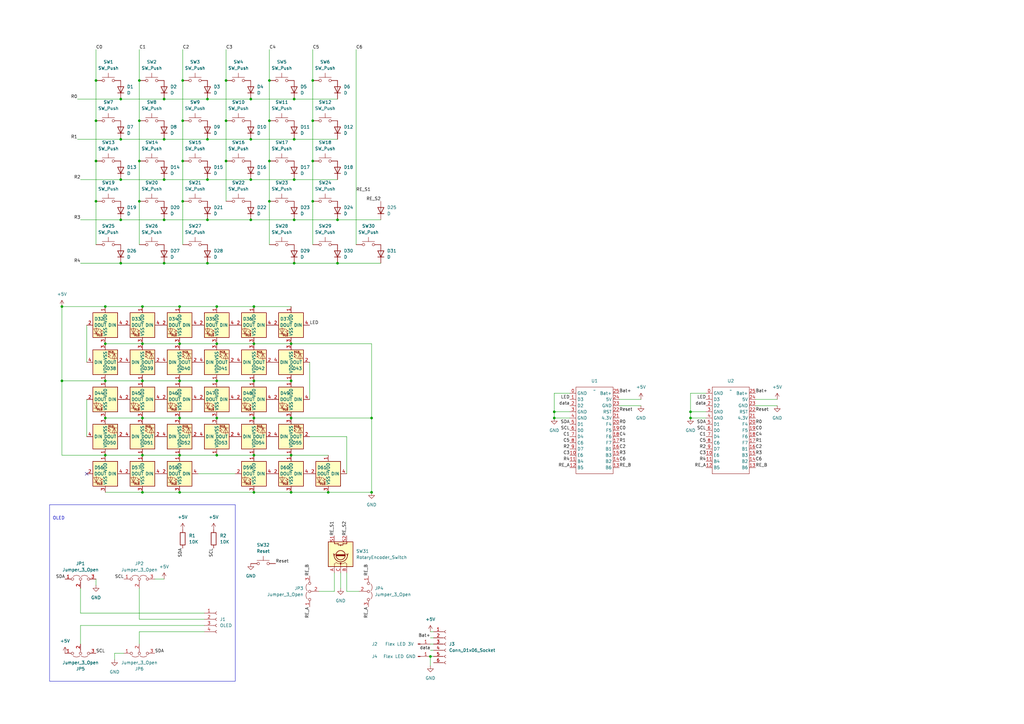
<source format=kicad_sch>
(kicad_sch (version 20230121) (generator eeschema)
  (paper "A3")
  (title_block (rev "2.0"))
  (lib_symbols
    (symbol "Connector:Conn_01x01_Pin" (pin_names (offset 1.016) hide)
      (property "Reference" "J" (at 0 2.54 0))
      (property "Value" "Conn_01x01_Pin" (at 0 -2.54 0))
      (symbol "Conn_01x01_Pin_1_1"
        (pin passive line (at 5.08 0 180) (length 3.81) (name "Pin_1") (number "1"))
      )
    )
    (symbol "Connector:Conn_01x04_Socket" (pin_names (offset 1.016) hide)
      (property "Reference" "J" (at 0 5.08 0))
      (property "Value" "Conn_01x04_Socket" (at 0 -7.62 0))
      (symbol "Conn_01x04_Socket_1_1"
        (pin passive line (at -5.08 2.54 0) (length 3.81) (name "Pin_1") (number "1"))
        (pin passive line (at -5.08 0 0) (length 3.81) (name "Pin_2") (number "2"))
        (pin passive line (at -5.08 -2.54 0) (length 3.81) (name "Pin_3") (number "3"))
        (pin passive line (at -5.08 -5.08 0) (length 3.81) (name "Pin_4") (number "4"))
      )
    )
    (symbol "Connector:Conn_01x06_Socket" (pin_names (offset 1.016) hide)
      (property "Reference" "J" (at 0 7.62 0))
      (property "Value" "Conn_01x06_Socket" (at 0 -10.16 0))
      (symbol "Conn_01x06_Socket_1_1"
        (pin passive line (at -5.08 5.08 0) (length 3.81) (name "Pin_1") (number "1"))
        (pin passive line (at -5.08 2.54 0) (length 3.81) (name "Pin_2") (number "2"))
        (pin passive line (at -5.08 0 0) (length 3.81) (name "Pin_3") (number "3"))
        (pin passive line (at -5.08 -2.54 0) (length 3.81) (name "Pin_4") (number "4"))
        (pin passive line (at -5.08 -5.08 0) (length 3.81) (name "Pin_5") (number "5"))
        (pin passive line (at -5.08 -7.62 0) (length 3.81) (name "Pin_6") (number "6"))
      )
    )
    (symbol "Device:D" (pin_numbers hide) (pin_names (offset 1.016) hide)
      (property "Reference" "D" (at 0 2.54 0))
      (property "Value" "D" (at 0 -2.54 0))
      (symbol "D_1_1"
        (pin passive line (at -3.81 0 0) (length 2.54) (name "K") (number "1"))
        (pin passive line (at 3.81 0 180) (length 2.54) (name "A") (number "2"))
      )
    )
    (symbol "Device:R" (pin_numbers hide) (pin_names (offset 0))
      (property "Reference" "R" (at 2.032 0 90))
      (property "Value" "R" (at 0 0 90))
      (symbol "R_1_1"
        (pin passive line (at 0 3.81 270) (length 1.27) (name "~") (number "1"))
        (pin passive line (at 0 -3.81 90) (length 1.27) (name "~") (number "2"))
      )
    )
    (symbol "Device:RotaryEncoder_Switch" (pin_names (offset 0.254) hide)
      (property "Reference" "SW" (at 0 6.604 0))
      (property "Value" "RotaryEncoder_Switch" (at 0 -6.604 0))
      (symbol "RotaryEncoder_Switch_1_1"
        (pin passive line (at -7.62 2.54 0) (length 2.54) (name "A") (number "A"))
        (pin passive line (at -7.62 -2.54 0) (length 2.54) (name "B") (number "B"))
        (pin passive line (at -7.62 0 0) (length 2.54) (name "C") (number "C"))
        (pin passive line (at 7.62 2.54 180) (length 2.54) (name "S1") (number "S1"))
        (pin passive line (at 7.62 -2.54 180) (length 2.54) (name "S2") (number "S2"))
      )
    )
    (symbol "Jumper:Jumper_3_Open" (pin_names (offset 0) hide)
      (property "Reference" "JP" (at -2.54 -2.54 0))
      (property "Value" "Jumper_3_Open" (at 0 2.794 0))
      (symbol "Jumper_3_Open_1_1"
        (pin passive line (at -6.35 0 0) (length 2.54) (name "A") (number "1"))
        (pin passive line (at 0 -3.81 90) (length 2.54) (name "C") (number "2"))
        (pin passive line (at 6.35 0 180) (length 2.54) (name "B") (number "3"))
      )
    )
    (symbol "Switch:SW_Push" (pin_numbers hide) (pin_names (offset 1.016) hide)
      (property "Reference" "SW" (at 1.27 2.54 0))
      (property "Value" "SW_Push" (at 0 -1.524 0))
      (symbol "SW_Push_0_1"
        (pin passive line (at -5.08 0 0) (length 2.54) (name "1") (number "1"))
        (pin passive line (at 5.08 0 180) (length 2.54) (name "2") (number "2"))
      )
    )
    (symbol "Ultramarine-2:BLE_micro_Pro"
      (property "Reference" "U" (at 0 21.59 0))
      (symbol "BLE_micro_Pro_1_1"
        (pin power_in line (at -10.16 15.24 0) (length 2.54) (name "GND") (number "0"))
        (pin bidirectional line (at -10.16 12.7 0) (length 2.54) (name "D3") (number "1"))
        (pin bidirectional line (at -10.16 -10.16 0) (length 2.54) (name "E6") (number "10"))
        (pin bidirectional line (at -10.16 -12.7 0) (length 2.54) (name "B4") (number "11"))
        (pin bidirectional line (at -10.16 -15.24 0) (length 2.54) (name "B5") (number "12"))
        (pin bidirectional line (at 10.16 -15.24 180) (length 2.54) (name "B6") (number "13"))
        (pin bidirectional line (at 10.16 -12.7 180) (length 2.54) (name "B2") (number "14"))
        (pin bidirectional line (at 10.16 -10.16 180) (length 2.54) (name "B3") (number "15"))
        (pin bidirectional line (at 10.16 -7.62 180) (length 2.54) (name "B1") (number "16"))
        (pin bidirectional line (at 10.16 -5.08 180) (length 2.54) (name "F7") (number "17"))
        (pin bidirectional line (at 10.16 -2.54 180) (length 2.54) (name "F6") (number "18"))
        (pin bidirectional line (at 10.16 0 180) (length 2.54) (name "F5") (number "19"))
        (pin bidirectional line (at -10.16 10.16 0) (length 2.54) (name "D2") (number "2"))
        (pin bidirectional line (at 10.16 2.54 180) (length 2.54) (name "F4") (number "20"))
        (pin power_in line (at 10.16 5.08 180) (length 2.54) (name "4.3V") (number "21"))
        (pin power_in line (at 10.16 7.62 180) (length 2.54) (name "RST") (number "22"))
        (pin power_in line (at 10.16 10.16 180) (length 2.54) (name "GND") (number "23"))
        (pin power_in line (at 10.16 12.7 180) (length 2.54) (name "5V") (number "24"))
        (pin power_in line (at 10.16 15.24 180) (length 2.54) (name "Bat+") (number "25"))
        (pin power_in line (at -10.16 7.62 0) (length 2.54) (name "GND") (number "3"))
        (pin power_in line (at -10.16 5.08 0) (length 2.54) (name "GND") (number "4"))
        (pin bidirectional line (at -10.16 2.54 0) (length 2.54) (name "D1") (number "5"))
        (pin bidirectional line (at -10.16 0 0) (length 2.54) (name "D0") (number "6"))
        (pin bidirectional line (at -10.16 -2.54 0) (length 2.54) (name "D4") (number "7"))
        (pin bidirectional line (at -10.16 -5.08 0) (length 2.54) (name "C6") (number "8"))
        (pin bidirectional line (at -10.16 -7.62 0) (length 2.54) (name "D7") (number "9"))
      )
    )
    (symbol "Ultramarine-2:SK6812-mini-e"
      (property "Reference" "U" (at 0 19.05 0))
      (symbol "SK6812-mini-e_0_0"
        (text "RGB" (at 2.286 -4.191 0) (effects (font (size 0.762 0.762))))
      )
      (symbol "SK6812-mini-e_1_1"
        (pin power_in line (at 0 7.62 270) (length 2.54) (name "VDD") (number "1"))
        (pin output line (at 7.62 0 180) (length 2.54) (name "DOUT") (number "2"))
        (pin power_in line (at 0 -7.62 90) (length 2.54) (name "VSS") (number "3"))
        (pin input line (at -7.62 0 0) (length 2.54) (name "DIN") (number "4"))
      )
    )
    (symbol "power:+5V" (power) (pin_names (offset 0))
      (property "Value" "+5V" (at 0 3.556 0))
      (symbol "+5V_1_1"
        (pin power_in line (at 0 0 90) (length 0) hide (name "+5V") (number "1"))
      )
    )
    (symbol "power:GND" (power) (pin_names (offset 0))
      (property "Value" "GND" (at 0 -3.81 0))
      (symbol "GND_1_1"
        (pin power_in line (at 0 0 270) (length 0) hide (name "GND") (number "1"))
      )
    )
  )
  (junction (at 102.87 57.15))
  (junction (at 85.09 40.64))
  (junction (at 67.31 40.64))
  (junction (at 120.65 57.15))
  (junction (at 73.66 171.45))
  (junction (at 73.66 201.93))
  (junction (at 43.18 125.73))
  (junction (at 102.87 40.64))
  (junction (at 43.18 186.69))
  (junction (at 73.66 156.21))
  (junction (at 39.37 82.55))
  (junction (at 92.71 49.53))
  (junction (at 119.38 171.45))
  (junction (at 49.53 57.15))
  (junction (at 120.65 107.95))
  (junction (at 88.9 186.69))
  (junction (at 57.15 66.04))
  (junction (at 104.14 156.21))
  (junction (at 57.15 33.02))
  (junction (at 49.53 40.64))
  (junction (at 58.42 201.93))
  (junction (at 39.37 66.04))
  (junction (at 85.09 90.17))
  (junction (at 85.09 73.66))
  (junction (at 67.31 73.66))
  (junction (at 104.14 125.73))
  (junction (at 110.49 33.02))
  (junction (at 227.33 168.91))
  (junction (at 74.93 82.55))
  (junction (at 58.42 171.45))
  (junction (at 57.15 82.55))
  (junction (at 74.93 49.53))
  (junction (at 104.14 140.97))
  (junction (at 134.62 201.93))
  (junction (at 152.4 201.93))
  (junction (at 88.9 156.21))
  (junction (at 119.38 186.69))
  (junction (at 102.87 90.17))
  (junction (at 104.14 171.45))
  (junction (at 58.42 125.73))
  (junction (at 49.53 107.95))
  (junction (at 88.9 171.45))
  (junction (at 283.21 168.91))
  (junction (at 92.71 66.04))
  (junction (at 138.43 107.95))
  (junction (at 110.49 66.04))
  (junction (at 227.33 171.45))
  (junction (at 119.38 201.93))
  (junction (at 104.14 201.93))
  (junction (at 43.18 156.21))
  (junction (at 85.09 107.95))
  (junction (at 25.4 125.73))
  (junction (at 74.93 66.04))
  (junction (at 120.65 73.66))
  (junction (at 176.53 269.24))
  (junction (at 73.66 186.69))
  (junction (at 102.87 73.66))
  (junction (at 119.38 140.97))
  (junction (at 58.42 140.97))
  (junction (at 25.4 156.21))
  (junction (at 43.18 171.45))
  (junction (at 128.27 66.04))
  (junction (at 283.21 171.45))
  (junction (at 67.31 107.95))
  (junction (at 92.71 33.02))
  (junction (at 49.53 90.17))
  (junction (at 128.27 82.55))
  (junction (at 49.53 73.66))
  (junction (at 88.9 125.73))
  (junction (at 43.18 140.97))
  (junction (at 152.4 171.45))
  (junction (at 88.9 140.97))
  (junction (at 39.37 33.02))
  (junction (at 74.93 33.02))
  (junction (at 58.42 186.69))
  (junction (at 128.27 49.53))
  (junction (at 67.31 90.17))
  (junction (at 120.65 90.17))
  (junction (at 138.43 90.17))
  (junction (at 73.66 140.97))
  (junction (at 57.15 49.53))
  (junction (at 58.42 156.21))
  (junction (at 119.38 156.21))
  (junction (at 110.49 49.53))
  (junction (at 110.49 82.55))
  (junction (at 104.14 186.69))
  (junction (at 85.09 57.15))
  (junction (at 120.65 40.64))
  (junction (at 73.66 125.73))
  (junction (at 67.31 57.15))
  (junction (at 39.37 49.53))
  (junction (at 128.27 33.02))
  (no_connect (at 35.56 194.31))
  (wire (pts (xy 85.09 57.15) (xy 102.87 57.15)))
  (wire (pts (xy 85.09 40.64) (xy 102.87 40.64)))
  (wire (pts (xy 88.9 171.45) (xy 104.14 171.45)))
  (wire (pts (xy 67.31 90.17) (xy 85.09 90.17)))
  (wire (pts (xy 177.8 269.24) (xy 176.53 269.24)))
  (wire (pts (xy 120.65 107.95) (xy 138.43 107.95)))
  (wire (pts (xy 177.8 266.7) (xy 176.53 266.7)))
  (wire (pts (xy 25.4 125.73) (xy 25.4 156.21)))
  (wire (pts (xy 33.02 90.17) (xy 49.53 90.17)))
  (wire (pts (xy 177.8 264.16) (xy 176.53 264.16)))
  (wire (pts (xy 119.38 186.69) (xy 134.62 186.69)))
  (wire (pts (xy 104.14 156.21) (xy 119.38 156.21)))
  (wire (pts (xy 283.21 161.29) (xy 289.56 161.29)))
  (wire (pts (xy 102.87 40.64) (xy 120.65 40.64)))
  (wire (pts (xy 43.18 140.97) (xy 58.42 140.97)))
  (wire (pts (xy 152.4 171.45) (xy 152.4 140.97)))
  (wire (pts (xy 119.38 140.97) (xy 152.4 140.97)))
  (wire (pts (xy 104.14 171.45) (xy 119.38 171.45)))
  (wire (pts (xy 33.02 241.3) (xy 33.02 251.46)))
  (wire (pts (xy 227.33 168.91) (xy 227.33 161.29)))
  (wire (pts (xy 39.37 240.03) (xy 39.37 237.49)))
  (wire (pts (xy 92.71 20.32) (xy 92.71 33.02)))
  (wire (pts (xy 262.89 166.37) (xy 254 166.37)))
  (wire (pts (xy 25.4 156.21) (xy 43.18 156.21)))
  (wire (pts (xy 58.42 140.97) (xy 73.66 140.97)))
  (wire (pts (xy 120.65 40.64) (xy 138.43 40.64)))
  (wire (pts (xy 39.37 33.02) (xy 39.37 49.53)))
  (wire (pts (xy 49.53 40.64) (xy 67.31 40.64)))
  (wire (pts (xy 102.87 73.66) (xy 120.65 73.66)))
  (wire (pts (xy 35.56 133.35) (xy 35.56 148.59)))
  (wire (pts (xy 88.9 156.21) (xy 104.14 156.21)))
  (wire (pts (xy 43.18 186.69) (xy 58.42 186.69)))
  (wire (pts (xy 128.27 20.32) (xy 128.27 33.02)))
  (wire (pts (xy 137.16 234.95) (xy 137.16 242.57)))
  (wire (pts (xy 88.9 140.97) (xy 104.14 140.97)))
  (wire (pts (xy 110.49 66.04) (xy 110.49 82.55)))
  (wire (pts (xy 110.49 20.32) (xy 110.49 33.02)))
  (wire (pts (xy 49.53 90.17) (xy 67.31 90.17)))
  (wire (pts (xy 128.27 66.04) (xy 128.27 82.55)))
  (wire (pts (xy 73.66 201.93) (xy 104.14 201.93)))
  (wire (pts (xy 104.14 186.69) (xy 119.38 186.69)))
  (wire (pts (xy 128.27 49.53) (xy 128.27 66.04)))
  (wire (pts (xy 128.27 82.55) (xy 128.27 100.33)))
  (wire (pts (xy 57.15 33.02) (xy 57.15 49.53)))
  (wire (pts (xy 74.93 82.55) (xy 74.93 100.33)))
  (wire (pts (xy 25.4 186.69) (xy 43.18 186.69)))
  (wire (pts (xy 33.02 256.54) (xy 33.02 264.16)))
  (wire (pts (xy 49.53 73.66) (xy 67.31 73.66)))
  (wire (pts (xy 176.53 273.05) (xy 176.53 269.24)))
  (wire (pts (xy 119.38 125.73) (xy 104.14 125.73)))
  (wire (pts (xy 128.27 33.02) (xy 128.27 49.53)))
  (wire (pts (xy 81.28 194.31) (xy 96.52 194.31)))
  (wire (pts (xy 73.66 156.21) (xy 88.9 156.21)))
  (wire (pts (xy 120.65 90.17) (xy 138.43 90.17)))
  (wire (pts (xy 57.15 66.04) (xy 57.15 82.55)))
  (wire (pts (xy 74.93 49.53) (xy 74.93 66.04)))
  (wire (pts (xy 58.42 171.45) (xy 73.66 171.45)))
  (wire (pts (xy 227.33 161.29) (xy 233.68 161.29)))
  (wire (pts (xy 39.37 49.53) (xy 39.37 66.04)))
  (wire (pts (xy 119.38 201.93) (xy 134.62 201.93)))
  (wire (pts (xy 67.31 73.66) (xy 85.09 73.66)))
  (wire (pts (xy 110.49 82.55) (xy 110.49 100.33)))
  (wire (pts (xy 58.42 201.93) (xy 73.66 201.93)))
  (wire (pts (xy 130.81 242.57) (xy 137.16 242.57)))
  (wire (pts (xy 83.82 256.54) (xy 33.02 256.54)))
  (wire (pts (xy 102.87 57.15) (xy 120.65 57.15)))
  (wire (pts (xy 88.9 186.69) (xy 104.14 186.69)))
  (wire (pts (xy 39.37 66.04) (xy 39.37 82.55)))
  (wire (pts (xy 49.53 57.15) (xy 67.31 57.15)))
  (wire (pts (xy 254 163.83) (xy 262.89 163.83)))
  (wire (pts (xy 67.31 237.49) (xy 63.5 237.49)))
  (wire (pts (xy 33.02 251.46) (xy 83.82 251.46)))
  (wire (pts (xy 74.93 33.02) (xy 74.93 49.53)))
  (wire (pts (xy 227.33 168.91) (xy 233.68 168.91)))
  (wire (pts (xy 318.77 166.37) (xy 309.88 166.37)))
  (wire (pts (xy 88.9 125.73) (xy 73.66 125.73)))
  (wire (pts (xy 73.66 125.73) (xy 58.42 125.73)))
  (wire (pts (xy 104.14 201.93) (xy 119.38 201.93)))
  (wire (pts (xy 46.99 267.97) (xy 50.8 267.97)))
  (wire (pts (xy 134.62 201.93) (xy 152.4 201.93)))
  (wire (pts (xy 57.15 254) (xy 83.82 254)))
  (wire (pts (xy 73.66 140.97) (xy 88.9 140.97)))
  (wire (pts (xy 146.05 20.32) (xy 146.05 100.33)))
  (wire (pts (xy 110.49 33.02) (xy 110.49 49.53)))
  (wire (pts (xy 67.31 40.64) (xy 85.09 40.64)))
  (wire (pts (xy 35.56 163.83) (xy 35.56 179.07)))
  (wire (pts (xy 58.42 125.73) (xy 43.18 125.73)))
  (wire (pts (xy 120.65 73.66) (xy 138.43 73.66)))
  (wire (pts (xy 39.37 82.55) (xy 39.37 100.33)))
  (wire (pts (xy 92.71 33.02) (xy 92.71 49.53)))
  (wire (pts (xy 309.88 163.83) (xy 318.77 163.83)))
  (wire (pts (xy 92.71 66.04) (xy 92.71 82.55)))
  (wire (pts (xy 39.37 20.32) (xy 39.37 33.02)))
  (wire (pts (xy 283.21 171.45) (xy 283.21 168.91)))
  (wire (pts (xy 43.18 156.21) (xy 58.42 156.21)))
  (wire (pts (xy 46.99 267.97) (xy 46.99 270.51)))
  (wire (pts (xy 142.24 234.95) (xy 142.24 242.57)))
  (wire (pts (xy 152.4 201.93) (xy 152.4 171.45)))
  (wire (pts (xy 142.24 179.07) (xy 142.24 194.31)))
  (wire (pts (xy 57.15 241.3) (xy 57.15 254)))
  (wire (pts (xy 74.93 20.32) (xy 74.93 33.02)))
  (wire (pts (xy 102.87 90.17) (xy 120.65 90.17)))
  (wire (pts (xy 92.71 49.53) (xy 92.71 66.04)))
  (wire (pts (xy 58.42 186.69) (xy 73.66 186.69)))
  (wire (pts (xy 74.93 66.04) (xy 74.93 82.55)))
  (wire (pts (xy 43.18 125.73) (xy 25.4 125.73)))
  (wire (pts (xy 57.15 82.55) (xy 57.15 100.33)))
  (wire (pts (xy 139.7 241.3) (xy 139.7 234.95)))
  (wire (pts (xy 120.65 57.15) (xy 138.43 57.15)))
  (wire (pts (xy 49.53 107.95) (xy 67.31 107.95)))
  (wire (pts (xy 85.09 73.66) (xy 102.87 73.66)))
  (wire (pts (xy 289.56 171.45) (xy 283.21 171.45)))
  (wire (pts (xy 138.43 107.95) (xy 156.21 107.95)))
  (wire (pts (xy 73.66 171.45) (xy 88.9 171.45)))
  (wire (pts (xy 104.14 140.97) (xy 119.38 140.97)))
  (wire (pts (xy 43.18 201.93) (xy 58.42 201.93)))
  (wire (pts (xy 177.8 261.62) (xy 176.53 261.62)))
  (wire (pts (xy 31.75 57.15) (xy 49.53 57.15)))
  (wire (pts (xy 177.8 259.08) (xy 176.53 259.08)))
  (wire (pts (xy 127 179.07) (xy 142.24 179.07)))
  (wire (pts (xy 142.24 242.57) (xy 147.32 242.57)))
  (wire (pts (xy 104.14 125.73) (xy 88.9 125.73)))
  (wire (pts (xy 110.49 49.53) (xy 110.49 66.04)))
  (wire (pts (xy 73.66 186.69) (xy 88.9 186.69)))
  (wire (pts (xy 57.15 20.32) (xy 57.15 33.02)))
  (wire (pts (xy 85.09 107.95) (xy 120.65 107.95)))
  (wire (pts (xy 67.31 57.15) (xy 85.09 57.15)))
  (wire (pts (xy 67.31 107.95) (xy 85.09 107.95)))
  (wire (pts (xy 127 148.59) (xy 127 163.83)))
  (wire (pts (xy 31.75 40.64) (xy 49.53 40.64)))
  (wire (pts (xy 57.15 49.53) (xy 57.15 66.04)))
  (wire (pts (xy 283.21 168.91) (xy 283.21 161.29)))
  (wire (pts (xy 43.18 171.45) (xy 58.42 171.45)))
  (wire (pts (xy 227.33 171.45) (xy 227.33 168.91)))
  (wire (pts (xy 138.43 90.17) (xy 156.21 90.17)))
  (wire (pts (xy 283.21 168.91) (xy 289.56 168.91)))
  (wire (pts (xy 33.02 107.95) (xy 49.53 107.95)))
  (wire (pts (xy 233.68 171.45) (xy 227.33 171.45)))
  (wire (pts (xy 83.82 259.08) (xy 57.15 259.08)))
  (wire (pts (xy 85.09 90.17) (xy 102.87 90.17)))
  (wire (pts (xy 57.15 259.08) (xy 57.15 264.16)))
  (wire (pts (xy 119.38 171.45) (xy 152.4 171.45)))
  (wire (pts (xy 33.02 73.66) (xy 49.53 73.66)))
  (wire (pts (xy 25.4 156.21) (xy 25.4 186.69)))
  (wire (pts (xy 58.42 156.21) (xy 73.66 156.21)))
  (rectangle (start 20.32 207.01) (end 96.52 279.4))
  (text "OLED" (at 21.59 213.36 0) (effects (font (size 1.27 1.27)) (justify left bottom)))
  (label "C3" (at 92.71 20.32 0))
  (label "R0" (at 31.75 40.64 180))
  (label "LED" (at 233.68 163.83 180))
  (label "Reset" (at 113.03 231.14 0))
  (label "Bat+" (at 176.53 261.62 180))
  (label "R1" (at 254 181.61 0))
  (label "C6" (at 146.05 20.32 0))
  (label "SCL" (at 50.8 237.49 180))
  (label "RE_A" (at 151.13 248.92 270))
  (label "C0" (at 309.88 176.53 0))
  (label "SDA" (at 26.67 237.49 180))
  (label "C6" (at 254 189.23 0))
  (label "SDA" (at 289.56 173.99 180))
  (label "data" (at 289.56 166.37 180))
  (label "R1" (at 309.88 181.61 0))
  (label "RE_S2" (at 142.24 219.71 90))
  (label "C3" (at 289.56 186.69 180))
  (label "SCL" (at 289.56 176.53 180))
  (label "C4" (at 110.49 20.32 0))
  (label "SDA" (at 74.93 224.79 270))
  (label "R4" (at 233.68 189.23 180))
  (label "SCL" (at 87.63 224.79 270))
  (label "C5" (at 233.68 181.61 180))
  (label "RE_A" (at 289.56 191.77 180))
  (label "RE_S1" (at 146.05 78.74 0))
  (label "Bat+" (at 309.88 161.29 0))
  (label "RE_B" (at 254 191.77 0))
  (label "R0" (at 254 173.99 0))
  (label "R4" (at 289.56 189.23 180))
  (label "R3" (at 33.02 90.17 180))
  (label "SDA" (at 63.5 267.97 0))
  (label "C2" (at 254 184.15 0))
  (label "LED" (at 127 133.35 0))
  (label "R2" (at 233.68 184.15 180))
  (label "Reset" (at 309.88 168.91 0))
  (label "SCL" (at 233.68 176.53 180))
  (label "RE_A" (at 233.68 191.77 180))
  (label "C1" (at 233.68 179.07 180))
  (label "C1" (at 289.56 179.07 180))
  (label "RE_B" (at 127 236.22 90))
  (label "C0" (at 39.37 20.32 0))
  (label "C2" (at 74.93 20.32 0))
  (label "R2" (at 33.02 73.66 180))
  (label "data" (at 176.53 266.7 180))
  (label "RE_B" (at 151.13 236.22 90))
  (label "Bat+" (at 254 161.29 0))
  (label "data" (at 233.68 166.37 180))
  (label "SCL" (at 39.37 267.97 0))
  (label "R4" (at 33.02 107.95 180))
  (label "RE_A" (at 127 248.92 270))
  (label "R3" (at 309.88 186.69 0))
  (label "R1" (at 31.75 57.15 180))
  (label "C6" (at 309.88 189.23 0))
  (label "C2" (at 309.88 184.15 0))
  (label "RE_S2" (at 156.21 82.55 180))
  (label "C0" (at 254 176.53 0))
  (label "R3" (at 254 186.69 0))
  (label "SDA" (at 233.68 173.99 180))
  (label "C4" (at 309.88 179.07 0))
  (label "C3" (at 233.68 186.69 180))
  (label "C4" (at 254 179.07 0))
  (label "RE_S1" (at 137.16 219.71 90))
  (label "C5" (at 289.56 181.61 180))
  (label "R2" (at 289.56 184.15 180))
  (label "RE_B" (at 309.88 191.77 0))
  (label "C1" (at 57.15 20.32 0))
  (label "C5" (at 128.27 20.32 0))
  (label "Reset" (at 254 168.91 0))
  (label "LED" (at 289.56 163.83 180))
  (label "R0" (at 309.88 173.99 0))
  (symbol (lib_id "Ultramarine-2:SK6812-mini-e") (at 119.38 194.31 0) (mirror y) (unit 1)
    (property "Reference" "D60" (at 116.84 191.77 0))
    (property "Value" "SK6812-mini-e" (effects hide))
    (property "Footprint" "Ultramarine-2:SK6812-mini-e" (effects hide))
    (property "Datasheet" "https://cdn-shop.adafruit.com/product-files/2686/SK6812MINI_REV.01-1-2.pdf" (effects hide))
  )
  (symbol (lib_id "power:GND") (at 318.77 166.37 0) (unit 1)
    (property "Reference" "#PWR05" (effects hide))
    (property "Value" "GND" (at 318.77 171.45 0))
  )
  (symbol (lib_id "power:+5V") (at 26.67 267.97 0) (unit 1)
    (property "Reference" "#PWR016" (effects hide))
    (property "Value" "+5V" (at 26.67 262.89 0))
  )
  (symbol (lib_id "power:GND") (at 102.87 231.14 0) (unit 1)
    (property "Reference" "#PWR011" (effects hide))
    (property "Value" "GND" (at 102.87 236.22 0))
  )
  (symbol (lib_id "Ultramarine-2:SK6812-mini-e") (at 104.14 133.35 0) (mirror y) (unit 1)
    (property "Reference" "D36" (at 101.6 130.81 0))
    (property "Value" "SK6812-mini-e" (effects hide))
    (property "Footprint" "Ultramarine-2:SK6812-mini-e" (effects hide))
  )
  (symbol (lib_id "Connector:Conn_01x01_Pin") (at 171.45 269.24 0) (unit 1)
    (property "Reference" "J4" (at 153.67 269.24 0))
    (property "Value" "Flex LED GND" (at 163.83 269.24 0))
    (property "Footprint" "Ultramarine-2:PTH_Flex_LED" (effects hide))
  )
  (symbol (lib_id "Switch:SW_Push") (at 115.57 33.02 0) (mirror y) (unit 1)
    (property "Reference" "SW5" (at 115.57 25.4 0))
    (property "Value" "SW_Push" (at 115.57 27.94 0))
    (property "Footprint" "Ultramarine-2:MX-hotswap_reversible" (effects hide))
  )
  (symbol (lib_id "Ultramarine-2:SK6812-mini-e") (at 73.66 148.59 0) (mirror x) (unit 1)
    (property "Reference" "D40" (at 76.2 151.13 0))
    (property "Value" "SK6812-mini-e" (effects hide))
    (property "Footprint" "Ultramarine-2:SK6812-mini-e" (effects hide))
    (property "Datasheet" "https://cdn-shop.adafruit.com/product-files/2686/SK6812MINI_REV.01-1-2.pdf" (effects hide))
  )
  (symbol (lib_id "Switch:SW_Push") (at 115.57 66.04 0) (mirror y) (unit 1)
    (property "Reference" "SW17" (at 115.57 58.42 0))
    (property "Value" "SW_Push" (at 115.57 60.96 0))
    (property "Footprint" "Ultramarine-2:MX-hotswap_reversible" (effects hide))
  )
  (symbol (lib_id "Connector:Conn_01x04_Socket") (at 88.9 254 0) (unit 1)
    (property "Reference" "J1" (at 90.17 254 0) (effects (justify left)))
    (property "Value" "OLED" (at 90.17 256.54 0) (effects (justify left)))
    (property "Footprint" "Ultramarine-2:OLED" (effects hide))
  )
  (symbol (lib_id "Device:D") (at 138.43 53.34 90) (unit 1)
    (property "Reference" "D12" (at 140.97 52.07 90) (effects (justify right)))
    (property "Value" "D" (at 140.97 54.61 90) (effects (justify right)))
    (property "Footprint" "Ultramarine-2:SOD-123" (effects hide))
    (property "Sim.Device" "D" (effects hide))
    (property "Sim.Pins" "1=K 2=A" (effects hide))
  )
  (symbol (lib_id "Device:D") (at 120.65 53.34 90) (unit 1)
    (property "Reference" "D11" (at 123.19 52.07 90) (effects (justify right)))
    (property "Value" "D" (at 123.19 54.61 90) (effects (justify right)))
    (property "Footprint" "Ultramarine-2:SOD-123" (effects hide))
    (property "Sim.Device" "D" (effects hide))
    (property "Sim.Pins" "1=K 2=A" (effects hide))
  )
  (symbol (lib_id "Device:D") (at 49.53 86.36 90) (unit 1)
    (property "Reference" "D19" (at 52.07 85.09 90) (effects (justify right)))
    (property "Value" "D" (at 52.07 87.63 90) (effects (justify right)))
    (property "Footprint" "Ultramarine-2:SOD-123" (effects hide))
    (property "Sim.Device" "D" (effects hide))
    (property "Sim.Pins" "1=K 2=A" (effects hide))
  )
  (symbol (lib_id "Device:D") (at 138.43 86.36 90) (unit 1)
    (property "Reference" "D24" (at 140.97 85.09 90) (effects (justify right)))
    (property "Value" "D" (at 140.97 87.63 90) (effects (justify right)))
    (property "Footprint" "Ultramarine-2:SOD-123" (effects hide))
    (property "Sim.Device" "D" (effects hide))
    (property "Sim.Pins" "1=K 2=A" (effects hide))
  )
  (symbol (lib_id "Device:D") (at 49.53 104.14 90) (unit 1)
    (property "Reference" "D26" (at 52.07 102.87 90) (effects (justify right)))
    (property "Value" "D" (at 52.07 105.41 90) (effects (justify right)))
    (property "Footprint" "Ultramarine-2:SOD-123" (effects hide))
    (property "Sim.Device" "D" (effects hide))
    (property "Sim.Pins" "1=K 2=A" (effects hide))
  )
  (symbol (lib_id "Switch:SW_Push") (at 80.01 100.33 0) (mirror y) (unit 1)
    (property "Reference" "SW27" (at 80.01 92.71 0))
    (property "Value" "SW_Push" (at 80.01 95.25 0))
    (property "Footprint" "Ultramarine-2:MX-hotswap_reversible" (effects hide))
  )
  (symbol (lib_id "Device:D") (at 85.09 69.85 90) (unit 1)
    (property "Reference" "D15" (at 87.63 68.58 90) (effects (justify right)))
    (property "Value" "D" (at 87.63 71.12 90) (effects (justify right)))
    (property "Footprint" "Ultramarine-2:SOD-123" (effects hide))
    (property "Sim.Device" "D" (effects hide))
    (property "Sim.Pins" "1=K 2=A" (effects hide))
  )
  (symbol (lib_id "Switch:SW_Push") (at 115.57 82.55 0) (mirror y) (unit 1)
    (property "Reference" "SW23" (at 115.57 74.93 0))
    (property "Value" "SW_Push" (at 115.57 77.47 0))
    (property "Footprint" "Ultramarine-2:MX-hotswap_reversible" (effects hide))
  )
  (symbol (lib_id "Device:D") (at 156.21 86.36 90) (unit 1)
    (property "Reference" "D25" (at 158.75 85.09 90) (effects (justify right)))
    (property "Value" "D" (at 158.75 87.63 90) (effects (justify right)))
    (property "Footprint" "Ultramarine-2:SOD-123" (effects hide))
    (property "Sim.Device" "D" (effects hide))
    (property "Sim.Pins" "1=K 2=A" (effects hide))
  )
  (symbol (lib_id "Switch:SW_Push") (at 44.45 49.53 0) (mirror y) (unit 1)
    (property "Reference" "SW7" (at 44.45 41.91 0))
    (property "Value" "SW_Push" (at 44.45 44.45 0))
    (property "Footprint" "Ultramarine-2:MX-hotswap_reversible" (effects hide))
  )
  (symbol (lib_id "Device:D") (at 67.31 104.14 90) (unit 1)
    (property "Reference" "D27" (at 69.85 102.87 90) (effects (justify right)))
    (property "Value" "D" (at 69.85 105.41 90) (effects (justify right)))
    (property "Footprint" "Ultramarine-2:SOD-123" (effects hide))
    (property "Sim.Device" "D" (effects hide))
    (property "Sim.Pins" "1=K 2=A" (effects hide))
  )
  (symbol (lib_id "power:GND") (at 176.53 273.05 0) (unit 1)
    (property "Reference" "#PWR019" (effects hide))
    (property "Value" "GND" (at 176.53 278.13 0))
  )
  (symbol (lib_id "Switch:SW_Push") (at 133.35 49.53 0) (mirror y) (unit 1)
    (property "Reference" "SW12" (at 133.35 41.91 0))
    (property "Value" "SW_Push" (at 133.35 44.45 0))
    (property "Footprint" "Ultramarine-2:MX-hotswap_reversible" (effects hide))
  )
  (symbol (lib_id "Device:D") (at 49.53 69.85 90) (unit 1)
    (property "Reference" "D13" (at 52.07 68.58 90) (effects (justify right)))
    (property "Value" "D" (at 52.07 71.12 90) (effects (justify right)))
    (property "Footprint" "Ultramarine-2:SOD-123" (effects hide))
    (property "Sim.Device" "D" (effects hide))
    (property "Sim.Pins" "1=K 2=A" (effects hide))
  )
  (symbol (lib_id "Switch:SW_Push") (at 133.35 100.33 0) (unit 1)
    (property "Reference" "SW29" (at 133.35 92.71 0))
    (property "Value" "SW_Push" (at 133.35 95.25 0))
    (property "Footprint" "Ultramarine-2:MX-hotswap_reversible" (effects hide))
  )
  (symbol (lib_id "Switch:SW_Push") (at 97.79 66.04 0) (mirror y) (unit 1)
    (property "Reference" "SW16" (at 97.79 58.42 0))
    (property "Value" "SW_Push" (at 97.79 60.96 0))
    (property "Footprint" "Ultramarine-2:MX-hotswap_reversible" (effects hide))
  )
  (symbol (lib_id "Device:D") (at 85.09 86.36 90) (unit 1)
    (property "Reference" "D21" (at 87.63 85.09 90) (effects (justify right)))
    (property "Value" "D" (at 87.63 87.63 90) (effects (justify right)))
    (property "Footprint" "Ultramarine-2:SOD-123" (effects hide))
    (property "Sim.Device" "D" (effects hide))
    (property "Sim.Pins" "1=K 2=A" (effects hide))
  )
  (symbol (lib_id "Switch:SW_Push") (at 44.45 66.04 0) (mirror y) (unit 1)
    (property "Reference" "SW13" (at 44.45 58.42 0))
    (property "Value" "SW_Push" (at 44.45 60.96 0))
    (property "Footprint" "Ultramarine-2:MX-hotswap_reversible" (effects hide))
  )
  (symbol (lib_id "Switch:SW_Push") (at 133.35 82.55 0) (mirror y) (unit 1)
    (property "Reference" "SW24" (at 133.35 74.93 0))
    (property "Value" "SW_Push" (at 133.35 77.47 0))
    (property "Footprint" "Ultramarine-2:MX-hotswap_reversible" (effects hide))
  )
  (symbol (lib_id "Device:D") (at 156.21 104.14 90) (unit 1)
    (property "Reference" "D31" (at 158.75 102.87 90) (effects (justify right)))
    (property "Value" "D" (at 158.75 105.41 90) (effects (justify right)))
    (property "Footprint" "Ultramarine-2:SOD-123" (effects hide))
    (property "Sim.Device" "D" (effects hide))
    (property "Sim.Pins" "1=K 2=A" (effects hide))
  )
  (symbol (lib_id "Device:R") (at 87.63 220.98 0) (unit 1)
    (property "Reference" "R2" (at 90.17 219.71 0) (effects (justify left)))
    (property "Value" "10K" (at 90.17 222.25 0) (effects (justify left)))
    (property "Footprint" "Resistor_SMD:R_0603_1608Metric" (effects hide))
  )
  (symbol (lib_id "Switch:SW_Push") (at 97.79 82.55 0) (mirror y) (unit 1)
    (property "Reference" "SW22" (at 97.79 74.93 0))
    (property "Value" "SW_Push" (at 97.79 77.47 0))
    (property "Footprint" "Ultramarine-2:MX-hotswap_reversible" (effects hide))
  )
  (symbol (lib_id "Ultramarine-2:SK6812-mini-e") (at 88.9 133.35 0) (mirror y) (unit 1)
    (property "Reference" "D35" (at 86.36 130.81 0))
    (property "Value" "SK6812-mini-e" (effects hide))
    (property "Footprint" "Ultramarine-2:SK6812-mini-e" (effects hide))
  )
  (symbol (lib_id "power:+5V") (at 176.53 259.08 0) (unit 1)
    (property "Reference" "#PWR015" (effects hide))
    (property "Value" "+5V" (at 176.53 254 0))
  )
  (symbol (lib_id "Device:D") (at 49.53 36.83 90) (unit 1)
    (property "Reference" "D1" (at 52.07 35.56 90) (effects (justify right)))
    (property "Value" "D" (at 52.07 38.1 90) (effects (justify right)))
    (property "Footprint" "Ultramarine-2:SOD-123" (effects hide))
    (property "Sim.Device" "D" (effects hide))
    (property "Sim.Pins" "1=K 2=A" (effects hide))
  )
  (symbol (lib_id "Switch:SW_Push") (at 97.79 49.53 0) (mirror y) (unit 1)
    (property "Reference" "SW10" (at 97.79 41.91 0))
    (property "Value" "SW_Push" (at 97.79 44.45 0))
    (property "Footprint" "Ultramarine-2:MX-hotswap_reversible" (effects hide))
  )
  (symbol (lib_id "power:GND") (at 46.99 270.51 0) (unit 1)
    (property "Reference" "#PWR018" (effects hide))
    (property "Value" "GND" (at 46.99 275.59 0))
  )
  (symbol (lib_id "power:GND") (at 152.4 201.93 0) (unit 1)
    (property "Reference" "#PWR08" (effects hide))
    (property "Value" "GND" (at 152.4 207.01 0))
  )
  (symbol (lib_id "Device:D") (at 102.87 36.83 90) (unit 1)
    (property "Reference" "D4" (at 105.41 35.56 90) (effects (justify right)))
    (property "Value" "D" (at 105.41 38.1 90) (effects (justify right)))
    (property "Footprint" "Ultramarine-2:SOD-123" (effects hide))
    (property "Sim.Device" "D" (effects hide))
    (property "Sim.Pins" "1=K 2=A" (effects hide))
  )
  (symbol (lib_id "Ultramarine-2:SK6812-mini-e") (at 58.42 194.31 0) (mirror y) (unit 1)
    (property "Reference" "D57" (at 55.88 191.77 0))
    (property "Value" "SK6812-mini-e" (effects hide))
    (property "Footprint" "Ultramarine-2:SK6812-mini-e" (effects hide))
    (property "Datasheet" "https://cdn-shop.adafruit.com/product-files/2686/SK6812MINI_REV.01-1-2.pdf" (effects hide))
  )
  (symbol (lib_id "Jumper:Jumper_3_Open") (at 127 242.57 90) (unit 1)
    (property "Reference" "JP3" (at 124.46 241.3 90) (effects (justify left)))
    (property "Value" "Jumper_3_Open" (at 124.46 243.84 90) (effects (justify left)))
    (property "Footprint" "Ultramarine-2:Jumper 3pin" (effects hide))
  )
  (symbol (lib_id "Ultramarine-2:SK6812-mini-e") (at 104.14 179.07 0) (mirror x) (unit 1)
    (property "Reference" "D54" (at 106.68 181.61 0))
    (property "Value" "SK6812-mini-e" (effects hide))
    (property "Footprint" "Ultramarine-2:SK6812-mini-e" (effects hide))
    (property "Datasheet" "https://cdn-shop.adafruit.com/product-files/2686/SK6812MINI_REV.01-1-2.pdf" (effects hide))
  )
  (symbol (lib_id "Connector:Conn_01x06_Socket") (at 182.88 264.16 0) (unit 1)
    (property "Reference" "J3" (at 184.15 264.16 0) (effects (justify left)))
    (property "Value" "Conn_01x06_Socket" (at 184.15 266.7 0) (effects (justify left)))
    (property "Footprint" "Ultramarine-2:JST_ZH_6" (effects hide))
  )
  (symbol (lib_id "Switch:SW_Push") (at 80.01 82.55 0) (mirror y) (unit 1)
    (property "Reference" "SW21" (at 80.01 74.93 0))
    (property "Value" "SW_Push" (at 80.01 77.47 0))
    (property "Footprint" "Ultramarine-2:MX-hotswap_reversible" (effects hide))
  )
  (symbol (lib_id "Device:D") (at 120.65 86.36 90) (unit 1)
    (property "Reference" "D23" (at 123.19 85.09 90) (effects (justify right)))
    (property "Value" "D" (at 123.19 87.63 90) (effects (justify right)))
    (property "Footprint" "Ultramarine-2:SOD-123" (effects hide))
    (property "Sim.Device" "D" (effects hide))
    (property "Sim.Pins" "1=K 2=A" (effects hide))
  )
  (symbol (lib_id "Switch:SW_Push") (at 107.95 231.14 0) (unit 1)
    (property "Reference" "SW32" (at 107.95 223.52 0))
    (property "Value" "Reset" (at 107.95 226.06 0))
    (property "Footprint" "Ultramarine-2:TVAF06" (effects hide))
  )
  (symbol (lib_id "Ultramarine-2:BLE_micro_Pro") (at 299.72 176.53 0) (unit 1)
    (property "Reference" "U2" (at 299.72 156.21 0))
    (property "Value" "~" (at 299.72 160.02 0))
    (property "Footprint" "Ultramarine-2:BLE Micro Pro" (effects hide))
  )
  (symbol (lib_id "Ultramarine-2:SK6812-mini-e") (at 43.18 148.59 0) (mirror x) (unit 1)
    (property "Reference" "D38" (at 45.72 151.13 0))
    (property "Value" "SK6812-mini-e" (effects hide))
    (property "Footprint" "Ultramarine-2:SK6812-mini-e" (effects hide))
    (property "Datasheet" "https://cdn-shop.adafruit.com/product-files/2686/SK6812MINI_REV.01-1-2.pdf" (effects hide))
  )
  (symbol (lib_id "Switch:SW_Push") (at 62.23 100.33 0) (mirror y) (unit 1)
    (property "Reference" "SW26" (at 62.23 92.71 0))
    (property "Value" "SW_Push" (at 62.23 95.25 0))
    (property "Footprint" "Ultramarine-2:MX-hotswap_reversible" (effects hide))
  )
  (symbol (lib_id "Switch:SW_Push") (at 97.79 33.02 0) (mirror y) (unit 1)
    (property "Reference" "SW4" (at 97.79 25.4 0))
    (property "Value" "SW_Push" (at 97.79 27.94 0))
    (property "Footprint" "Ultramarine-2:MX-hotswap_reversible" (effects hide))
  )
  (symbol (lib_id "Device:D") (at 85.09 104.14 90) (unit 1)
    (property "Reference" "D28" (at 87.63 102.87 90) (effects (justify right)))
    (property "Value" "D" (at 87.63 105.41 90) (effects (justify right)))
    (property "Footprint" "Ultramarine-2:SOD-123" (effects hide))
    (property "Sim.Device" "D" (effects hide))
    (property "Sim.Pins" "1=K 2=A" (effects hide))
  )
  (symbol (lib_id "power:+5V") (at 87.63 217.17 0) (unit 1)
    (property "Reference" "#PWR010" (effects hide))
    (property "Value" "+5V" (at 87.63 212.09 0))
  )
  (symbol (lib_id "Device:D") (at 67.31 36.83 90) (unit 1)
    (property "Reference" "D2" (at 69.85 35.56 90) (effects (justify right)))
    (property "Value" "D" (at 69.85 38.1 90) (effects (justify right)))
    (property "Footprint" "Ultramarine-2:SOD-123" (effects hide))
    (property "Sim.Device" "D" (effects hide))
    (property "Sim.Pins" "1=K 2=A" (effects hide))
  )
  (symbol (lib_id "Ultramarine-2:SK6812-mini-e") (at 58.42 133.35 0) (mirror y) (unit 1)
    (property "Reference" "D33" (at 55.88 130.81 0))
    (property "Value" "SK6812-mini-e" (effects hide))
    (property "Footprint" "Ultramarine-2:SK6812-mini-e" (effects hide))
  )
  (symbol (lib_id "Ultramarine-2:SK6812-mini-e") (at 58.42 163.83 0) (mirror y) (unit 1)
    (property "Reference" "D45" (at 55.88 161.29 0))
    (property "Value" "SK6812-mini-e" (effects hide))
    (property "Footprint" "Ultramarine-2:SK6812-mini-e" (effects hide))
    (property "Datasheet" "https://cdn-shop.adafruit.com/product-files/2686/SK6812MINI_REV.01-1-2.pdf" (effects hide))
  )
  (symbol (lib_id "power:GND") (at 262.89 166.37 0) (unit 1)
    (property "Reference" "#PWR04" (effects hide))
    (property "Value" "GND" (at 262.89 171.45 0))
  )
  (symbol (lib_id "Ultramarine-2:SK6812-mini-e") (at 43.18 133.35 0) (mirror y) (unit 1)
    (property "Reference" "D32" (at 40.64 130.81 0))
    (property "Value" "SK6812-mini-e" (effects hide))
    (property "Footprint" "Ultramarine-2:SK6812-mini-e" (effects hide))
  )
  (symbol (lib_id "Ultramarine-2:SK6812-mini-e") (at 73.66 179.07 0) (mirror x) (unit 1)
    (property "Reference" "D52" (at 76.2 181.61 0))
    (property "Value" "SK6812-mini-e" (effects hide))
    (property "Footprint" "Ultramarine-2:SK6812-mini-e" (effects hide))
    (property "Datasheet" "https://cdn-shop.adafruit.com/product-files/2686/SK6812MINI_REV.01-1-2.pdf" (effects hide))
  )
  (symbol (lib_id "Switch:SW_Push") (at 115.57 49.53 0) (mirror y) (unit 1)
    (property "Reference" "SW11" (at 115.57 41.91 0))
    (property "Value" "SW_Push" (at 115.57 44.45 0))
    (property "Footprint" "Ultramarine-2:MX-hotswap_reversible" (effects hide))
  )
  (symbol (lib_id "power:GND") (at 283.21 171.45 0) (unit 1)
    (property "Reference" "#PWR07" (effects hide))
    (property "Value" "GND" (at 283.21 176.53 0))
  )
  (symbol (lib_id "Ultramarine-2:BLE_micro_Pro") (at 243.84 176.53 0) (unit 1)
    (property "Reference" "U1" (at 243.84 156.21 0))
    (property "Value" "~" (at 243.84 160.02 0))
    (property "Footprint" "Ultramarine-2:BLE Micro Pro" (effects hide))
  )
  (symbol (lib_id "Jumper:Jumper_3_Open") (at 57.15 267.97 0) (mirror x) (unit 1)
    (property "Reference" "JP6" (at 57.15 274.32 0))
    (property "Value" "Jumper_3_Open" (at 57.15 271.78 0))
    (property "Footprint" "Ultramarine-2:Jumper 3pin" (effects hide))
  )
  (symbol (lib_id "Device:D") (at 67.31 69.85 90) (unit 1)
    (property "Reference" "D14" (at 69.85 68.58 90) (effects (justify right)))
    (property "Value" "D" (at 69.85 71.12 90) (effects (justify right)))
    (property "Footprint" "Ultramarine-2:SOD-123" (effects hide))
    (property "Sim.Device" "D" (effects hide))
    (property "Sim.Pins" "1=K 2=A" (effects hide))
  )
  (symbol (lib_id "Switch:SW_Push") (at 80.01 33.02 0) (mirror y) (unit 1)
    (property "Reference" "SW3" (at 80.01 25.4 0))
    (property "Value" "SW_Push" (at 80.01 27.94 0))
    (property "Footprint" "Ultramarine-2:MX-hotswap_reversible" (effects hide))
  )
  (symbol (lib_id "Ultramarine-2:SK6812-mini-e") (at 119.38 133.35 0) (mirror y) (unit 1)
    (property "Reference" "D37" (at 116.84 130.81 0))
    (property "Value" "SK6812-mini-e" (effects hide))
    (property "Footprint" "Ultramarine-2:SK6812-mini-e" (effects hide))
  )
  (symbol (lib_id "Switch:SW_Push") (at 44.45 33.02 0) (mirror y) (unit 1)
    (property "Reference" "SW1" (at 44.45 25.4 0))
    (property "Value" "SW_Push" (at 44.45 27.94 0))
    (property "Footprint" "Ultramarine-2:MX-hotswap_reversible" (effects hide))
  )
  (symbol (lib_id "Jumper:Jumper_3_Open") (at 33.02 267.97 0) (mirror x) (unit 1)
    (property "Reference" "JP5" (at 33.02 274.32 0))
    (property "Value" "Jumper_3_Open" (at 33.02 271.78 0))
    (property "Footprint" "Ultramarine-2:Jumper 3pin" (effects hide))
  )
  (symbol (lib_id "Device:D") (at 120.65 36.83 90) (unit 1)
    (property "Reference" "D5" (at 123.19 35.56 90) (effects (justify right)))
    (property "Value" "D" (at 123.19 38.1 90) (effects (justify right)))
    (property "Footprint" "Ultramarine-2:SOD-123" (effects hide))
    (property "Sim.Device" "D" (effects hide))
    (property "Sim.Pins" "1=K 2=A" (effects hide))
  )
  (symbol (lib_id "Jumper:Jumper_3_Open") (at 57.15 237.49 0) (unit 1)
    (property "Reference" "JP2" (at 57.15 231.14 0))
    (property "Value" "Jumper_3_Open" (at 57.15 233.68 0))
    (property "Footprint" "Ultramarine-2:Jumper 3pin" (effects hide))
  )
  (symbol (lib_id "Device:D") (at 85.09 36.83 90) (unit 1)
    (property "Reference" "D3" (at 87.63 35.56 90) (effects (justify right)))
    (property "Value" "D" (at 87.63 38.1 90) (effects (justify right)))
    (property "Footprint" "Ultramarine-2:SOD-123" (effects hide))
    (property "Sim.Device" "D" (effects hide))
    (property "Sim.Pins" "1=K 2=A" (effects hide))
  )
  (symbol (lib_id "Ultramarine-2:SK6812-mini-e") (at 104.14 163.83 0) (mirror y) (unit 1)
    (property "Reference" "D48" (at 101.6 161.29 0))
    (property "Value" "SK6812-mini-e" (effects hide))
    (property "Footprint" "Ultramarine-2:SK6812-mini-e" (effects hide))
    (property "Datasheet" "https://cdn-shop.adafruit.com/product-files/2686/SK6812MINI_REV.01-1-2.pdf" (effects hide))
  )
  (symbol (lib_id "power:+5V") (at 262.89 163.83 0) (unit 1)
    (property "Reference" "#PWR02" (effects hide))
    (property "Value" "+5V" (at 262.89 158.75 0))
  )
  (symbol (lib_id "Ultramarine-2:SK6812-mini-e") (at 73.66 133.35 0) (mirror y) (unit 1)
    (property "Reference" "D34" (at 71.12 130.81 0))
    (property "Value" "SK6812-mini-e" (effects hide))
    (property "Footprint" "Ultramarine-2:SK6812-mini-e" (effects hide))
  )
  (symbol (lib_id "power:GND") (at 39.37 240.03 0) (unit 1)
    (property "Reference" "#PWR013" (effects hide))
    (property "Value" "GND" (at 39.37 245.11 0))
  )
  (symbol (lib_id "Switch:SW_Push") (at 62.23 33.02 0) (mirror y) (unit 1)
    (property "Reference" "SW2" (at 62.23 25.4 0))
    (property "Value" "SW_Push" (at 62.23 27.94 0))
    (property "Footprint" "Ultramarine-2:MX-hotswap_reversible" (effects hide))
  )
  (symbol (lib_id "Device:D") (at 49.53 53.34 90) (unit 1)
    (property "Reference" "D7" (at 52.07 52.07 90) (effects (justify right)))
    (property "Value" "D" (at 52.07 54.61 90) (effects (justify right)))
    (property "Footprint" "Ultramarine-2:SOD-123" (effects hide))
    (property "Sim.Device" "D" (effects hide))
    (property "Sim.Pins" "1=K 2=A" (effects hide))
  )
  (symbol (lib_id "Ultramarine-2:SK6812-mini-e") (at 73.66 194.31 0) (mirror y) (unit 1)
    (property "Reference" "D58" (at 71.12 191.77 0))
    (property "Value" "SK6812-mini-e" (effects hide))
    (property "Footprint" "Ultramarine-2:SK6812-mini-e" (effects hide))
    (property "Datasheet" "https://cdn-shop.adafruit.com/product-files/2686/SK6812MINI_REV.01-1-2.pdf" (effects hide))
  )
  (symbol (lib_id "Switch:SW_Push") (at 133.35 33.02 0) (mirror y) (unit 1)
    (property "Reference" "SW6" (at 133.35 25.4 0))
    (property "Value" "SW_Push" (at 133.35 27.94 0))
    (property "Footprint" "Ultramarine-2:MX-hotswap_reversible" (effects hide))
  )
  (symbol (lib_id "Connector:Conn_01x01_Pin") (at 171.45 264.16 0) (unit 1)
    (property "Reference" "J2" (at 153.67 264.16 0))
    (property "Value" "Flex LED 3V" (at 163.83 264.16 0))
    (property "Footprint" "Ultramarine-2:PTH_Flex_LED" (effects hide))
  )
  (symbol (lib_id "Device:D") (at 102.87 53.34 90) (unit 1)
    (property "Reference" "D10" (at 105.41 52.07 90) (effects (justify right)))
    (property "Value" "D" (at 105.41 54.61 90) (effects (justify right)))
    (property "Footprint" "Ultramarine-2:SOD-123" (effects hide))
    (property "Sim.Device" "D" (effects hide))
    (property "Sim.Pins" "1=K 2=A" (effects hide))
  )
  (symbol (lib_id "Ultramarine-2:SK6812-mini-e") (at 58.42 179.07 0) (mirror x) (unit 1)
    (property "Reference" "D51" (at 60.96 181.61 0))
    (property "Value" "SK6812-mini-e" (effects hide))
    (property "Footprint" "Ultramarine-2:SK6812-mini-e" (effects hide))
    (property "Datasheet" "https://cdn-shop.adafruit.com/product-files/2686/SK6812MINI_REV.01-1-2.pdf" (effects hide))
  )
  (symbol (lib_id "Switch:SW_Push") (at 44.45 100.33 0) (mirror y) (unit 1)
    (property "Reference" "SW25" (at 44.45 92.71 0))
    (property "Value" "SW_Push" (at 44.45 95.25 0))
    (property "Footprint" "Ultramarine-2:MX-hotswap_reversible" (effects hide))
  )
  (symbol (lib_id "Switch:SW_Push") (at 115.57 100.33 0) (unit 1)
    (property "Reference" "SW28" (at 115.57 92.71 0))
    (property "Value" "SW_Push" (at 115.57 95.25 0))
    (property "Footprint" "Ultramarine-2:MX-hotswap_reversible" (effects hide))
  )
  (symbol (lib_id "Switch:SW_Push") (at 80.01 49.53 0) (mirror y) (unit 1)
    (property "Reference" "SW9" (at 80.01 41.91 0))
    (property "Value" "SW_Push" (at 80.01 44.45 0))
    (property "Footprint" "Ultramarine-2:MX-hotswap_reversible" (effects hide))
  )
  (symbol (lib_id "Switch:SW_Push") (at 151.13 100.33 0) (unit 1)
    (property "Reference" "SW30" (at 151.13 92.71 0))
    (property "Value" "SW_Push" (at 151.13 95.25 0))
    (property "Footprint" "Ultramarine-2:MX-hotswap_reversible" (effects hide))
  )
  (symbol (lib_id "Ultramarine-2:SK6812-mini-e") (at 88.9 163.83 0) (mirror y) (unit 1)
    (property "Reference" "D47" (at 86.36 161.29 0))
    (property "Value" "SK6812-mini-e" (effects hide))
    (property "Footprint" "Ultramarine-2:SK6812-mini-e" (effects hide))
    (property "Datasheet" "https://cdn-shop.adafruit.com/product-files/2686/SK6812MINI_REV.01-1-2.pdf" (effects hide))
  )
  (symbol (lib_id "Device:D") (at 120.65 104.14 90) (unit 1)
    (property "Reference" "D29" (at 123.19 102.87 90) (effects (justify right)))
    (property "Value" "D" (at 123.19 105.41 90) (effects (justify right)))
    (property "Footprint" "Ultramarine-2:SOD-123" (effects hide))
    (property "Sim.Device" "D" (effects hide))
    (property "Sim.Pins" "1=K 2=A" (effects hide))
  )
  (symbol (lib_id "Switch:SW_Push") (at 80.01 66.04 0) (mirror y) (unit 1)
    (property "Reference" "SW15" (at 80.01 58.42 0))
    (property "Value" "SW_Push" (at 80.01 60.96 0))
    (property "Footprint" "Ultramarine-2:MX-hotswap_reversible" (effects hide))
  )
  (symbol (lib_id "power:+5V") (at 318.77 163.83 0) (unit 1)
    (property "Reference" "#PWR03" (effects hide))
    (property "Value" "+5V" (at 318.77 158.75 0))
  )
  (symbol (lib_id "Device:R") (at 74.93 220.98 0) (unit 1)
    (property "Reference" "R1" (at 77.47 219.71 0) (effects (justify left)))
    (property "Value" "10K" (at 77.47 222.25 0) (effects (justify left)))
    (property "Footprint" "Resistor_SMD:R_0603_1608Metric" (effects hide))
  )
  (symbol (lib_id "Device:D") (at 67.31 53.34 90) (unit 1)
    (property "Reference" "D8" (at 69.85 52.07 90) (effects (justify right)))
    (property "Value" "D" (at 69.85 54.61 90) (effects (justify right)))
    (property "Footprint" "Ultramarine-2:SOD-123" (effects hide))
    (property "Sim.Device" "D" (effects hide))
    (property "Sim.Pins" "1=K 2=A" (effects hide))
  )
  (symbol (lib_id "Ultramarine-2:SK6812-mini-e") (at 104.14 148.59 0) (mirror x) (unit 1)
    (property "Reference" "D42" (at 106.68 151.13 0))
    (property "Value" "SK6812-mini-e" (effects hide))
    (property "Footprint" "Ultramarine-2:SK6812-mini-e" (effects hide))
    (property "Datasheet" "https://cdn-shop.adafruit.com/product-files/2686/SK6812MINI_REV.01-1-2.pdf" (effects hide))
  )
  (symbol (lib_id "Device:RotaryEncoder_Switch") (at 139.7 227.33 90) (unit 1)
    (property "Reference" "SW31" (at 146.05 226.06 90) (effects (justify right)))
    (property "Value" "RotaryEncoder_Switch" (at 146.05 228.6 90) (effects (justify right)))
    (property "Footprint" "Ultramarine-2:EC12" (effects hide))
  )
  (symbol (lib_id "Device:D") (at 138.43 36.83 90) (unit 1)
    (property "Reference" "D6" (at 140.97 35.56 90) (effects (justify right)))
    (property "Value" "D" (at 140.97 38.1 90) (effects (justify right)))
    (property "Footprint" "Ultramarine-2:SOD-123" (effects hide))
    (property "Sim.Device" "D" (effects hide))
    (property "Sim.Pins" "1=K 2=A" (effects hide))
  )
  (symbol (lib_id "Ultramarine-2:SK6812-mini-e") (at 104.14 194.31 0) (mirror y) (unit 1)
    (property "Reference" "D59" (at 101.6 191.77 0))
    (property "Value" "SK6812-mini-e" (effects hide))
    (property "Footprint" "Ultramarine-2:SK6812-mini-e" (effects hide))
    (property "Datasheet" "https://cdn-shop.adafruit.com/product-files/2686/SK6812MINI_REV.01-1-2.pdf" (effects hide))
  )
  (symbol (lib_id "Ultramarine-2:SK6812-mini-e") (at 134.62 194.31 0) (mirror y) (unit 1)
    (property "Reference" "D61" (at 132.08 191.77 0))
    (property "Value" "SK6812-mini-e" (effects hide))
    (property "Footprint" "Ultramarine-2:SK6812-mini-e" (effects hide))
    (property "Datasheet" "https://cdn-shop.adafruit.com/product-files/2686/SK6812MINI_REV.01-1-2.pdf" (effects hide))
  )
  (symbol (lib_id "Device:D") (at 102.87 69.85 90) (unit 1)
    (property "Reference" "D16" (at 105.41 68.58 90) (effects (justify right)))
    (property "Value" "D" (at 105.41 71.12 90) (effects (justify right)))
    (property "Footprint" "Ultramarine-2:SOD-123" (effects hide))
    (property "Sim.Device" "D" (effects hide))
    (property "Sim.Pins" "1=K 2=A" (effects hide))
  )
  (symbol (lib_id "Ultramarine-2:SK6812-mini-e") (at 73.66 163.83 0) (mirror y) (unit 1)
    (property "Reference" "D46" (at 71.12 161.29 0))
    (property "Value" "SK6812-mini-e" (effects hide))
    (property "Footprint" "Ultramarine-2:SK6812-mini-e" (effects hide))
    (property "Datasheet" "https://cdn-shop.adafruit.com/product-files/2686/SK6812MINI_REV.01-1-2.pdf" (effects hide))
  )
  (symbol (lib_id "power:+5V") (at 67.31 237.49 0) (unit 1)
    (property "Reference" "#PWR012" (effects hide))
    (property "Value" "+5V" (at 67.31 232.41 0))
  )
  (symbol (lib_id "Ultramarine-2:SK6812-mini-e") (at 119.38 163.83 0) (mirror y) (unit 1)
    (property "Reference" "D49" (at 116.84 161.29 0))
    (property "Value" "SK6812-mini-e" (effects hide))
    (property "Footprint" "Ultramarine-2:SK6812-mini-e" (effects hide))
    (property "Datasheet" "https://cdn-shop.adafruit.com/product-files/2686/SK6812MINI_REV.01-1-2.pdf" (effects hide))
  )
  (symbol (lib_id "Switch:SW_Push") (at 62.23 66.04 0) (mirror y) (unit 1)
    (property "Reference" "SW14" (at 62.23 58.42 0))
    (property "Value" "SW_Push" (at 62.23 60.96 0))
    (property "Footprint" "Ultramarine-2:MX-hotswap_reversible" (effects hide))
  )
  (symbol (lib_id "Switch:SW_Push") (at 44.45 82.55 0) (mirror y) (unit 1)
    (property "Reference" "SW19" (at 44.45 74.93 0))
    (property "Value" "SW_Push" (at 44.45 77.47 0))
    (property "Footprint" "Ultramarine-2:MX-hotswap_reversible" (effects hide))
  )
  (symbol (lib_id "Device:D") (at 138.43 69.85 90) (unit 1)
    (property "Reference" "D18" (at 140.97 68.58 90) (effects (justify right)))
    (property "Value" "D" (at 140.97 71.12 90) (effects (justify right)))
    (property "Footprint" "Ultramarine-2:SOD-123" (effects hide))
    (property "Sim.Device" "D" (effects hide))
    (property "Sim.Pins" "1=K 2=A" (effects hide))
  )
  (symbol (lib_id "Switch:SW_Push") (at 62.23 49.53 0) (mirror y) (unit 1)
    (property "Reference" "SW8" (at 62.23 41.91 0))
    (property "Value" "SW_Push" (at 62.23 44.45 0))
    (property "Footprint" "Ultramarine-2:MX-hotswap_reversible" (effects hide))
  )
  (symbol (lib_id "Ultramarine-2:SK6812-mini-e") (at 119.38 179.07 0) (mirror x) (unit 1)
    (property "Reference" "D55" (at 121.92 181.61 0))
    (property "Value" "SK6812-mini-e" (effects hide))
    (property "Footprint" "Ultramarine-2:SK6812-mini-e" (effects hide))
    (property "Datasheet" "https://cdn-shop.adafruit.com/product-files/2686/SK6812MINI_REV.01-1-2.pdf" (effects hide))
  )
  (symbol (lib_id "power:+5V") (at 74.93 217.17 0) (unit 1)
    (property "Reference" "#PWR09" (effects hide))
    (property "Value" "+5V" (at 74.93 212.09 0))
  )
  (symbol (lib_id "Switch:SW_Push") (at 62.23 82.55 0) (mirror y) (unit 1)
    (property "Reference" "SW20" (at 62.23 74.93 0))
    (property "Value" "SW_Push" (at 62.23 77.47 0))
    (property "Footprint" "Ultramarine-2:MX-hotswap_reversible" (effects hide))
  )
  (symbol (lib_id "Device:D") (at 120.65 69.85 90) (unit 1)
    (property "Reference" "D17" (at 123.19 68.58 90) (effects (justify right)))
    (property "Value" "D" (at 123.19 71.12 90) (effects (justify right)))
    (property "Footprint" "Ultramarine-2:SOD-123" (effects hide))
    (property "Sim.Device" "D" (effects hide))
    (property "Sim.Pins" "1=K 2=A" (effects hide))
  )
  (symbol (lib_id "power:GND") (at 139.7 241.3 0) (unit 1)
    (property "Reference" "#PWR014" (effects hide))
    (property "Value" "GND" (at 139.7 246.38 0))
  )
  (symbol (lib_id "Ultramarine-2:SK6812-mini-e") (at 119.38 148.59 0) (mirror x) (unit 1)
    (property "Reference" "D43" (at 121.92 151.13 0))
    (property "Value" "SK6812-mini-e" (effects hide))
    (property "Footprint" "Ultramarine-2:SK6812-mini-e" (effects hide))
    (property "Datasheet" "https://cdn-shop.adafruit.com/product-files/2686/SK6812MINI_REV.01-1-2.pdf" (effects hide))
  )
  (symbol (lib_id "Device:D") (at 102.87 86.36 90) (unit 1)
    (property "Reference" "D22" (at 105.41 85.09 90) (effects (justify right)))
    (property "Value" "D" (at 105.41 87.63 90) (effects (justify right)))
    (property "Footprint" "Ultramarine-2:SOD-123" (effects hide))
    (property "Sim.Device" "D" (effects hide))
    (property "Sim.Pins" "1=K 2=A" (effects hide))
  )
  (symbol (lib_id "Ultramarine-2:SK6812-mini-e") (at 88.9 148.59 0) (mirror x) (unit 1)
    (property "Reference" "D41" (at 91.44 151.13 0))
    (property "Value" "SK6812-mini-e" (effects hide))
    (property "Footprint" "Ultramarine-2:SK6812-mini-e" (effects hide))
    (property "Datasheet" "https://cdn-shop.adafruit.com/product-files/2686/SK6812MINI_REV.01-1-2.pdf" (effects hide))
  )
  (symbol (lib_id "power:GND") (at 227.33 171.45 0) (unit 1)
    (property "Reference" "#PWR06" (effects hide))
    (property "Value" "GND" (at 227.33 176.53 0))
  )
  (symbol (lib_id "Ultramarine-2:SK6812-mini-e") (at 43.18 194.31 0) (mirror y) (unit 1)
    (property "Reference" "D56" (at 40.64 191.77 0))
    (property "Value" "SK6812-mini-e" (effects hide))
    (property "Footprint" "Ultramarine-2:SK6812-mini-e" (effects hide))
    (property "Datasheet" "https://cdn-shop.adafruit.com/product-files/2686/SK6812MINI_REV.01-1-2.pdf" (effects hide))
  )
  (symbol (lib_id "Device:D") (at 85.09 53.34 90) (unit 1)
    (property "Reference" "D9" (at 87.63 52.07 90) (effects (justify right)))
    (property "Value" "D" (at 87.63 54.61 90) (effects (justify right)))
    (property "Footprint" "Ultramarine-2:SOD-123" (effects hide))
    (property "Sim.Device" "D" (effects hide))
    (property "Sim.Pins" "1=K 2=A" (effects hide))
  )
  (symbol (lib_id "Ultramarine-2:SK6812-mini-e") (at 58.42 148.59 0) (mirror x) (unit 1)
    (property "Reference" "D39" (at 60.96 151.13 0))
    (property "Value" "SK6812-mini-e" (effects hide))
    (property "Footprint" "Ultramarine-2:SK6812-mini-e" (effects hide))
    (property "Datasheet" "https://cdn-shop.adafruit.com/product-files/2686/SK6812MINI_REV.01-1-2.pdf" (effects hide))
  )
  (symbol (lib_id "Device:D") (at 67.31 86.36 90) (unit 1)
    (property "Reference" "D20" (at 69.85 85.09 90) (effects (justify right)))
    (property "Value" "D" (at 69.85 87.63 90) (effects (justify right)))
    (property "Footprint" "Ultramarine-2:SOD-123" (effects hide))
    (property "Sim.Device" "D" (effects hide))
    (property "Sim.Pins" "1=K 2=A" (effects hide))
  )
  (symbol (lib_id "Jumper:Jumper_3_Open") (at 151.13 242.57 270) (unit 1)
    (property "Reference" "JP4" (at 153.67 241.3 90) (effects (justify left)))
    (property "Value" "Jumper_3_Open" (at 153.67 243.84 90) (effects (justify left)))
    (property "Footprint" "Ultramarine-2:Jumper 3pin" (effects hide))
  )
  (symbol (lib_id "Device:D") (at 138.43 104.14 90) (unit 1)
    (property "Reference" "D30" (at 140.97 102.87 90) (effects (justify right)))
    (property "Value" "D" (at 140.97 105.41 90) (effects (justify right)))
    (property "Footprint" "Ultramarine-2:SOD-123" (effects hide))
    (property "Sim.Device" "D" (effects hide))
    (property "Sim.Pins" "1=K 2=A" (effects hide))
  )
  (symbol (lib_id "Ultramarine-2:SK6812-mini-e") (at 88.9 179.07 0) (mirror x) (unit 1)
    (property "Reference" "D53" (at 91.44 181.61 0))
    (property "Value" "SK6812-mini-e" (effects hide))
    (property "Footprint" "Ultramarine-2:SK6812-mini-e" (effects hide))
    (property "Datasheet" "https://cdn-shop.adafruit.com/product-files/2686/SK6812MINI_REV.01-1-2.pdf" (effects hide))
  )
  (symbol (lib_id "Ultramarine-2:SK6812-mini-e") (at 43.18 179.07 0) (mirror x) (unit 1)
    (property "Reference" "D50" (at 45.72 181.61 0))
    (property "Value" "SK6812-mini-e" (effects hide))
    (property "Footprint" "Ultramarine-2:SK6812-mini-e" (effects hide))
    (property "Datasheet" "https://cdn-shop.adafruit.com/product-files/2686/SK6812MINI_REV.01-1-2.pdf" (effects hide))
  )
  (symbol (lib_id "power:+5V") (at 25.4 125.73 0) (unit 1)
    (property "Reference" "#PWR01" (effects hide))
    (property "Value" "+5V" (at 25.4 120.65 0))
  )
  (symbol (lib_id "Ultramarine-2:SK6812-mini-e") (at 43.18 163.83 0) (mirror y) (unit 1)
    (property "Reference" "D44" (at 40.64 161.29 0))
    (property "Value" "SK6812-mini-e" (effects hide))
    (property "Footprint" "Ultramarine-2:SK6812-mini-e" (effects hide))
    (property "Datasheet" "https://cdn-shop.adafruit.com/product-files/2686/SK6812MINI_REV.01-1-2.pdf" (effects hide))
  )
  (symbol (lib_id "Switch:SW_Push") (at 133.35 66.04 0) (mirror y) (unit 1)
    (property "Reference" "SW18" (at 133.35 58.42 0))
    (property "Value" "SW_Push" (at 133.35 60.96 0))
    (property "Footprint" "Ultramarine-2:MX-hotswap_reversible" (effects hide))
  )
  (symbol (lib_id "Jumper:Jumper_3_Open") (at 33.02 237.49 0) (unit 1)
    (property "Reference" "JP1" (at 33.02 231.14 0))
    (property "Value" "Jumper_3_Open" (at 33.02 233.68 0))
    (property "Footprint" "Ultramarine-2:Jumper 3pin" (effects hide))
  )
)
</source>
